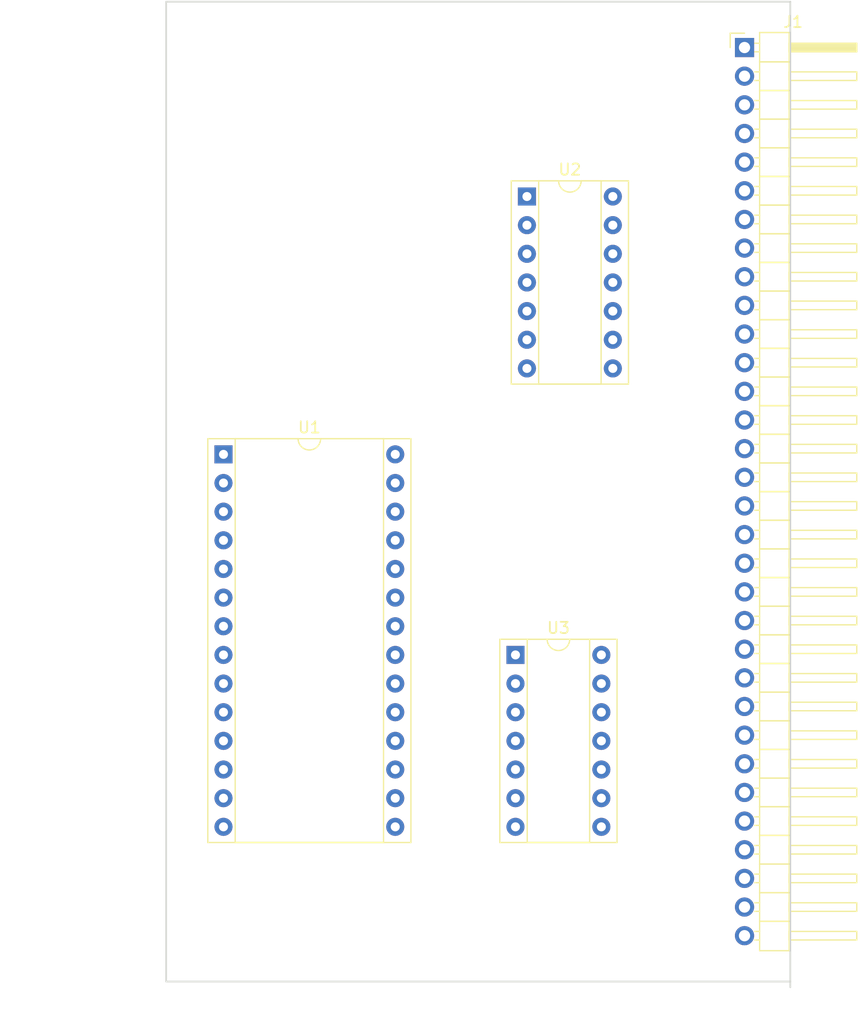
<source format=kicad_pcb>
(kicad_pcb (version 4) (host pcbnew 4.0.6-e0-6349~53~ubuntu16.04.1)

  (general
    (links 37)
    (no_connects 37)
    (area 129.258287 71.044999 205.189001 163.736001)
    (thickness 1.6)
    (drawings 7)
    (tracks 0)
    (zones 0)
    (modules 4)
    (nets 36)
  )

  (page USLetter)
  (title_block
    (title "WZ80 RAM Board")
    (date 2017-03-20)
    (rev 0)
    (comment 1 "Preliminary Layout. Unrouted.")
  )

  (layers
    (0 F.Cu signal)
    (31 B.Cu signal)
    (32 B.Adhes user)
    (33 F.Adhes user)
    (34 B.Paste user)
    (35 F.Paste user)
    (36 B.SilkS user)
    (37 F.SilkS user)
    (38 B.Mask user)
    (39 F.Mask user)
    (40 Dwgs.User user)
    (41 Cmts.User user)
    (42 Eco1.User user)
    (43 Eco2.User user)
    (44 Edge.Cuts user)
    (45 Margin user)
    (46 B.CrtYd user)
    (47 F.CrtYd user)
    (48 B.Fab user)
    (49 F.Fab user)
  )

  (setup
    (last_trace_width 0.25)
    (trace_clearance 0.2)
    (zone_clearance 0.508)
    (zone_45_only no)
    (trace_min 0.2)
    (segment_width 0.2)
    (edge_width 0.15)
    (via_size 0.6)
    (via_drill 0.4)
    (via_min_size 0.4)
    (via_min_drill 0.3)
    (uvia_size 0.3)
    (uvia_drill 0.1)
    (uvias_allowed no)
    (uvia_min_size 0.2)
    (uvia_min_drill 0.1)
    (pcb_text_width 0.3)
    (pcb_text_size 1.5 1.5)
    (mod_edge_width 0.15)
    (mod_text_size 1 1)
    (mod_text_width 0.15)
    (pad_size 1.524 1.524)
    (pad_drill 0.762)
    (pad_to_mask_clearance 0.2)
    (aux_axis_origin 0 0)
    (visible_elements FFFFFF7F)
    (pcbplotparams
      (layerselection 0x00030_80000001)
      (usegerberextensions false)
      (excludeedgelayer true)
      (linewidth 0.100000)
      (plotframeref false)
      (viasonmask false)
      (mode 1)
      (useauxorigin false)
      (hpglpennumber 1)
      (hpglpenspeed 20)
      (hpglpendiameter 15)
      (hpglpenoverlay 2)
      (psnegative false)
      (psa4output false)
      (plotreference true)
      (plotvalue true)
      (plotinvisibletext false)
      (padsonsilk false)
      (subtractmaskfromsilk false)
      (outputformat 1)
      (mirror false)
      (drillshape 1)
      (scaleselection 1)
      (outputdirectory ""))
  )

  (net 0 "")
  (net 1 /A15)
  (net 2 /A14)
  (net 3 /A13)
  (net 4 /A12)
  (net 5 /A11)
  (net 6 /A10)
  (net 7 /A9)
  (net 8 /A8)
  (net 9 /A7)
  (net 10 /A6)
  (net 11 /A5)
  (net 12 /A4)
  (net 13 /A3)
  (net 14 /A2)
  (net 15 /A1)
  (net 16 /A0)
  (net 17 /D7)
  (net 18 /D6)
  (net 19 /D5)
  (net 20 /D4)
  (net 21 /D3)
  (net 22 /D2)
  (net 23 /D1)
  (net 24 /D0)
  (net 25 VCC)
  (net 26 GND)
  (net 27 "Net-(J1-Pad27)")
  (net 28 "Net-(J1-Pad28)")
  (net 29 "Net-(J1-Pad29)")
  (net 30 "Net-(J1-Pad30)")
  (net 31 "Net-(J1-Pad31)")
  (net 32 "Net-(J1-Pad32)")
  (net 33 "Net-(U1-Pad20)")
  (net 34 "Net-(U1-Pad22)")
  (net 35 "Net-(U1-Pad27)")

  (net_class Default "This is the default net class."
    (clearance 0.2)
    (trace_width 0.25)
    (via_dia 0.6)
    (via_drill 0.4)
    (uvia_dia 0.3)
    (uvia_drill 0.1)
    (add_net /A0)
    (add_net /A1)
    (add_net /A10)
    (add_net /A11)
    (add_net /A12)
    (add_net /A13)
    (add_net /A14)
    (add_net /A15)
    (add_net /A2)
    (add_net /A3)
    (add_net /A4)
    (add_net /A5)
    (add_net /A6)
    (add_net /A7)
    (add_net /A8)
    (add_net /A9)
    (add_net /D0)
    (add_net /D1)
    (add_net /D2)
    (add_net /D3)
    (add_net /D4)
    (add_net /D5)
    (add_net /D6)
    (add_net /D7)
    (add_net GND)
    (add_net "Net-(J1-Pad27)")
    (add_net "Net-(J1-Pad28)")
    (add_net "Net-(J1-Pad29)")
    (add_net "Net-(J1-Pad30)")
    (add_net "Net-(J1-Pad31)")
    (add_net "Net-(J1-Pad32)")
    (add_net "Net-(U1-Pad20)")
    (add_net "Net-(U1-Pad22)")
    (add_net "Net-(U1-Pad27)")
    (add_net VCC)
  )

  (module Housings_DIP:DIP-28_W15.24mm_Socket (layer F.Cu) (tedit 586281B5) (tstamp 58D0058E)
    (at 148.336 111.252)
    (descr "28-lead dip package, row spacing 15.24 mm (600 mils), Socket")
    (tags "DIL DIP PDIP 2.54mm 15.24mm 600mil Socket")
    (path /58CFF43B)
    (fp_text reference U1 (at 7.62 -2.39) (layer F.SilkS)
      (effects (font (size 1 1) (thickness 0.15)))
    )
    (fp_text value HM62256BLP-7 (at 7.62 35.41) (layer F.Fab)
      (effects (font (size 1 1) (thickness 0.15)))
    )
    (fp_arc (start 7.62 -1.39) (end 6.62 -1.39) (angle -180) (layer F.SilkS) (width 0.12))
    (fp_line (start 1.255 -1.27) (end 14.985 -1.27) (layer F.Fab) (width 0.1))
    (fp_line (start 14.985 -1.27) (end 14.985 34.29) (layer F.Fab) (width 0.1))
    (fp_line (start 14.985 34.29) (end 0.255 34.29) (layer F.Fab) (width 0.1))
    (fp_line (start 0.255 34.29) (end 0.255 -0.27) (layer F.Fab) (width 0.1))
    (fp_line (start 0.255 -0.27) (end 1.255 -1.27) (layer F.Fab) (width 0.1))
    (fp_line (start -1.27 -1.27) (end -1.27 34.29) (layer F.Fab) (width 0.1))
    (fp_line (start -1.27 34.29) (end 16.51 34.29) (layer F.Fab) (width 0.1))
    (fp_line (start 16.51 34.29) (end 16.51 -1.27) (layer F.Fab) (width 0.1))
    (fp_line (start 16.51 -1.27) (end -1.27 -1.27) (layer F.Fab) (width 0.1))
    (fp_line (start 6.62 -1.39) (end 1.04 -1.39) (layer F.SilkS) (width 0.12))
    (fp_line (start 1.04 -1.39) (end 1.04 34.41) (layer F.SilkS) (width 0.12))
    (fp_line (start 1.04 34.41) (end 14.2 34.41) (layer F.SilkS) (width 0.12))
    (fp_line (start 14.2 34.41) (end 14.2 -1.39) (layer F.SilkS) (width 0.12))
    (fp_line (start 14.2 -1.39) (end 8.62 -1.39) (layer F.SilkS) (width 0.12))
    (fp_line (start -1.39 -1.39) (end -1.39 34.41) (layer F.SilkS) (width 0.12))
    (fp_line (start -1.39 34.41) (end 16.63 34.41) (layer F.SilkS) (width 0.12))
    (fp_line (start 16.63 34.41) (end 16.63 -1.39) (layer F.SilkS) (width 0.12))
    (fp_line (start 16.63 -1.39) (end -1.39 -1.39) (layer F.SilkS) (width 0.12))
    (fp_line (start -1.7 -1.7) (end -1.7 34.7) (layer F.CrtYd) (width 0.05))
    (fp_line (start -1.7 34.7) (end 16.9 34.7) (layer F.CrtYd) (width 0.05))
    (fp_line (start 16.9 34.7) (end 16.9 -1.7) (layer F.CrtYd) (width 0.05))
    (fp_line (start 16.9 -1.7) (end -1.7 -1.7) (layer F.CrtYd) (width 0.05))
    (pad 1 thru_hole rect (at 0 0) (size 1.6 1.6) (drill 0.8) (layers *.Cu *.Mask)
      (net 2 /A14))
    (pad 15 thru_hole oval (at 15.24 33.02) (size 1.6 1.6) (drill 0.8) (layers *.Cu *.Mask)
      (net 21 /D3))
    (pad 2 thru_hole oval (at 0 2.54) (size 1.6 1.6) (drill 0.8) (layers *.Cu *.Mask)
      (net 4 /A12))
    (pad 16 thru_hole oval (at 15.24 30.48) (size 1.6 1.6) (drill 0.8) (layers *.Cu *.Mask)
      (net 20 /D4))
    (pad 3 thru_hole oval (at 0 5.08) (size 1.6 1.6) (drill 0.8) (layers *.Cu *.Mask)
      (net 9 /A7))
    (pad 17 thru_hole oval (at 15.24 27.94) (size 1.6 1.6) (drill 0.8) (layers *.Cu *.Mask)
      (net 19 /D5))
    (pad 4 thru_hole oval (at 0 7.62) (size 1.6 1.6) (drill 0.8) (layers *.Cu *.Mask)
      (net 10 /A6))
    (pad 18 thru_hole oval (at 15.24 25.4) (size 1.6 1.6) (drill 0.8) (layers *.Cu *.Mask)
      (net 18 /D6))
    (pad 5 thru_hole oval (at 0 10.16) (size 1.6 1.6) (drill 0.8) (layers *.Cu *.Mask)
      (net 11 /A5))
    (pad 19 thru_hole oval (at 15.24 22.86) (size 1.6 1.6) (drill 0.8) (layers *.Cu *.Mask)
      (net 17 /D7))
    (pad 6 thru_hole oval (at 0 12.7) (size 1.6 1.6) (drill 0.8) (layers *.Cu *.Mask)
      (net 12 /A4))
    (pad 20 thru_hole oval (at 15.24 20.32) (size 1.6 1.6) (drill 0.8) (layers *.Cu *.Mask)
      (net 33 "Net-(U1-Pad20)"))
    (pad 7 thru_hole oval (at 0 15.24) (size 1.6 1.6) (drill 0.8) (layers *.Cu *.Mask)
      (net 13 /A3))
    (pad 21 thru_hole oval (at 15.24 17.78) (size 1.6 1.6) (drill 0.8) (layers *.Cu *.Mask)
      (net 6 /A10))
    (pad 8 thru_hole oval (at 0 17.78) (size 1.6 1.6) (drill 0.8) (layers *.Cu *.Mask)
      (net 14 /A2))
    (pad 22 thru_hole oval (at 15.24 15.24) (size 1.6 1.6) (drill 0.8) (layers *.Cu *.Mask)
      (net 34 "Net-(U1-Pad22)"))
    (pad 9 thru_hole oval (at 0 20.32) (size 1.6 1.6) (drill 0.8) (layers *.Cu *.Mask)
      (net 15 /A1))
    (pad 23 thru_hole oval (at 15.24 12.7) (size 1.6 1.6) (drill 0.8) (layers *.Cu *.Mask)
      (net 5 /A11))
    (pad 10 thru_hole oval (at 0 22.86) (size 1.6 1.6) (drill 0.8) (layers *.Cu *.Mask)
      (net 16 /A0))
    (pad 24 thru_hole oval (at 15.24 10.16) (size 1.6 1.6) (drill 0.8) (layers *.Cu *.Mask)
      (net 7 /A9))
    (pad 11 thru_hole oval (at 0 25.4) (size 1.6 1.6) (drill 0.8) (layers *.Cu *.Mask)
      (net 24 /D0))
    (pad 25 thru_hole oval (at 15.24 7.62) (size 1.6 1.6) (drill 0.8) (layers *.Cu *.Mask)
      (net 8 /A8))
    (pad 12 thru_hole oval (at 0 27.94) (size 1.6 1.6) (drill 0.8) (layers *.Cu *.Mask)
      (net 23 /D1))
    (pad 26 thru_hole oval (at 15.24 5.08) (size 1.6 1.6) (drill 0.8) (layers *.Cu *.Mask)
      (net 3 /A13))
    (pad 13 thru_hole oval (at 0 30.48) (size 1.6 1.6) (drill 0.8) (layers *.Cu *.Mask)
      (net 22 /D2))
    (pad 27 thru_hole oval (at 15.24 2.54) (size 1.6 1.6) (drill 0.8) (layers *.Cu *.Mask)
      (net 35 "Net-(U1-Pad27)"))
    (pad 14 thru_hole oval (at 0 33.02) (size 1.6 1.6) (drill 0.8) (layers *.Cu *.Mask)
      (net 26 GND))
    (pad 28 thru_hole oval (at 15.24 0) (size 1.6 1.6) (drill 0.8) (layers *.Cu *.Mask)
      (net 25 VCC))
    (model Housings_DIP.3dshapes/DIP-28_W15.24mm_Socket.wrl
      (at (xyz 0 0 0))
      (scale (xyz 1 1 1))
      (rotate (xyz 0 0 0))
    )
  )

  (module Pin_Headers:Pin_Header_Angled_1x32_Pitch2.54mm (layer F.Cu) (tedit 58CD4EC4) (tstamp 58D0060C)
    (at 194.564 75.184)
    (descr "Through hole angled pin header, 1x32, 2.54mm pitch, 6mm pin length, single row")
    (tags "Through hole angled pin header THT 1x32 2.54mm single row")
    (path /58CFF4E6)
    (fp_text reference J1 (at 4.315 -2.27) (layer F.SilkS)
      (effects (font (size 1 1) (thickness 0.15)))
    )
    (fp_text value CONN_01X32 (at 4.315 81.01) (layer F.Fab)
      (effects (font (size 1 1) (thickness 0.15)))
    )
    (fp_line (start 1.4 -1.27) (end 1.4 1.27) (layer F.Fab) (width 0.1))
    (fp_line (start 1.4 1.27) (end 3.9 1.27) (layer F.Fab) (width 0.1))
    (fp_line (start 3.9 1.27) (end 3.9 -1.27) (layer F.Fab) (width 0.1))
    (fp_line (start 3.9 -1.27) (end 1.4 -1.27) (layer F.Fab) (width 0.1))
    (fp_line (start 0 -0.32) (end 0 0.32) (layer F.Fab) (width 0.1))
    (fp_line (start 0 0.32) (end 9.9 0.32) (layer F.Fab) (width 0.1))
    (fp_line (start 9.9 0.32) (end 9.9 -0.32) (layer F.Fab) (width 0.1))
    (fp_line (start 9.9 -0.32) (end 0 -0.32) (layer F.Fab) (width 0.1))
    (fp_line (start 1.4 1.27) (end 1.4 3.81) (layer F.Fab) (width 0.1))
    (fp_line (start 1.4 3.81) (end 3.9 3.81) (layer F.Fab) (width 0.1))
    (fp_line (start 3.9 3.81) (end 3.9 1.27) (layer F.Fab) (width 0.1))
    (fp_line (start 3.9 1.27) (end 1.4 1.27) (layer F.Fab) (width 0.1))
    (fp_line (start 0 2.22) (end 0 2.86) (layer F.Fab) (width 0.1))
    (fp_line (start 0 2.86) (end 9.9 2.86) (layer F.Fab) (width 0.1))
    (fp_line (start 9.9 2.86) (end 9.9 2.22) (layer F.Fab) (width 0.1))
    (fp_line (start 9.9 2.22) (end 0 2.22) (layer F.Fab) (width 0.1))
    (fp_line (start 1.4 3.81) (end 1.4 6.35) (layer F.Fab) (width 0.1))
    (fp_line (start 1.4 6.35) (end 3.9 6.35) (layer F.Fab) (width 0.1))
    (fp_line (start 3.9 6.35) (end 3.9 3.81) (layer F.Fab) (width 0.1))
    (fp_line (start 3.9 3.81) (end 1.4 3.81) (layer F.Fab) (width 0.1))
    (fp_line (start 0 4.76) (end 0 5.4) (layer F.Fab) (width 0.1))
    (fp_line (start 0 5.4) (end 9.9 5.4) (layer F.Fab) (width 0.1))
    (fp_line (start 9.9 5.4) (end 9.9 4.76) (layer F.Fab) (width 0.1))
    (fp_line (start 9.9 4.76) (end 0 4.76) (layer F.Fab) (width 0.1))
    (fp_line (start 1.4 6.35) (end 1.4 8.89) (layer F.Fab) (width 0.1))
    (fp_line (start 1.4 8.89) (end 3.9 8.89) (layer F.Fab) (width 0.1))
    (fp_line (start 3.9 8.89) (end 3.9 6.35) (layer F.Fab) (width 0.1))
    (fp_line (start 3.9 6.35) (end 1.4 6.35) (layer F.Fab) (width 0.1))
    (fp_line (start 0 7.3) (end 0 7.94) (layer F.Fab) (width 0.1))
    (fp_line (start 0 7.94) (end 9.9 7.94) (layer F.Fab) (width 0.1))
    (fp_line (start 9.9 7.94) (end 9.9 7.3) (layer F.Fab) (width 0.1))
    (fp_line (start 9.9 7.3) (end 0 7.3) (layer F.Fab) (width 0.1))
    (fp_line (start 1.4 8.89) (end 1.4 11.43) (layer F.Fab) (width 0.1))
    (fp_line (start 1.4 11.43) (end 3.9 11.43) (layer F.Fab) (width 0.1))
    (fp_line (start 3.9 11.43) (end 3.9 8.89) (layer F.Fab) (width 0.1))
    (fp_line (start 3.9 8.89) (end 1.4 8.89) (layer F.Fab) (width 0.1))
    (fp_line (start 0 9.84) (end 0 10.48) (layer F.Fab) (width 0.1))
    (fp_line (start 0 10.48) (end 9.9 10.48) (layer F.Fab) (width 0.1))
    (fp_line (start 9.9 10.48) (end 9.9 9.84) (layer F.Fab) (width 0.1))
    (fp_line (start 9.9 9.84) (end 0 9.84) (layer F.Fab) (width 0.1))
    (fp_line (start 1.4 11.43) (end 1.4 13.97) (layer F.Fab) (width 0.1))
    (fp_line (start 1.4 13.97) (end 3.9 13.97) (layer F.Fab) (width 0.1))
    (fp_line (start 3.9 13.97) (end 3.9 11.43) (layer F.Fab) (width 0.1))
    (fp_line (start 3.9 11.43) (end 1.4 11.43) (layer F.Fab) (width 0.1))
    (fp_line (start 0 12.38) (end 0 13.02) (layer F.Fab) (width 0.1))
    (fp_line (start 0 13.02) (end 9.9 13.02) (layer F.Fab) (width 0.1))
    (fp_line (start 9.9 13.02) (end 9.9 12.38) (layer F.Fab) (width 0.1))
    (fp_line (start 9.9 12.38) (end 0 12.38) (layer F.Fab) (width 0.1))
    (fp_line (start 1.4 13.97) (end 1.4 16.51) (layer F.Fab) (width 0.1))
    (fp_line (start 1.4 16.51) (end 3.9 16.51) (layer F.Fab) (width 0.1))
    (fp_line (start 3.9 16.51) (end 3.9 13.97) (layer F.Fab) (width 0.1))
    (fp_line (start 3.9 13.97) (end 1.4 13.97) (layer F.Fab) (width 0.1))
    (fp_line (start 0 14.92) (end 0 15.56) (layer F.Fab) (width 0.1))
    (fp_line (start 0 15.56) (end 9.9 15.56) (layer F.Fab) (width 0.1))
    (fp_line (start 9.9 15.56) (end 9.9 14.92) (layer F.Fab) (width 0.1))
    (fp_line (start 9.9 14.92) (end 0 14.92) (layer F.Fab) (width 0.1))
    (fp_line (start 1.4 16.51) (end 1.4 19.05) (layer F.Fab) (width 0.1))
    (fp_line (start 1.4 19.05) (end 3.9 19.05) (layer F.Fab) (width 0.1))
    (fp_line (start 3.9 19.05) (end 3.9 16.51) (layer F.Fab) (width 0.1))
    (fp_line (start 3.9 16.51) (end 1.4 16.51) (layer F.Fab) (width 0.1))
    (fp_line (start 0 17.46) (end 0 18.1) (layer F.Fab) (width 0.1))
    (fp_line (start 0 18.1) (end 9.9 18.1) (layer F.Fab) (width 0.1))
    (fp_line (start 9.9 18.1) (end 9.9 17.46) (layer F.Fab) (width 0.1))
    (fp_line (start 9.9 17.46) (end 0 17.46) (layer F.Fab) (width 0.1))
    (fp_line (start 1.4 19.05) (end 1.4 21.59) (layer F.Fab) (width 0.1))
    (fp_line (start 1.4 21.59) (end 3.9 21.59) (layer F.Fab) (width 0.1))
    (fp_line (start 3.9 21.59) (end 3.9 19.05) (layer F.Fab) (width 0.1))
    (fp_line (start 3.9 19.05) (end 1.4 19.05) (layer F.Fab) (width 0.1))
    (fp_line (start 0 20) (end 0 20.64) (layer F.Fab) (width 0.1))
    (fp_line (start 0 20.64) (end 9.9 20.64) (layer F.Fab) (width 0.1))
    (fp_line (start 9.9 20.64) (end 9.9 20) (layer F.Fab) (width 0.1))
    (fp_line (start 9.9 20) (end 0 20) (layer F.Fab) (width 0.1))
    (fp_line (start 1.4 21.59) (end 1.4 24.13) (layer F.Fab) (width 0.1))
    (fp_line (start 1.4 24.13) (end 3.9 24.13) (layer F.Fab) (width 0.1))
    (fp_line (start 3.9 24.13) (end 3.9 21.59) (layer F.Fab) (width 0.1))
    (fp_line (start 3.9 21.59) (end 1.4 21.59) (layer F.Fab) (width 0.1))
    (fp_line (start 0 22.54) (end 0 23.18) (layer F.Fab) (width 0.1))
    (fp_line (start 0 23.18) (end 9.9 23.18) (layer F.Fab) (width 0.1))
    (fp_line (start 9.9 23.18) (end 9.9 22.54) (layer F.Fab) (width 0.1))
    (fp_line (start 9.9 22.54) (end 0 22.54) (layer F.Fab) (width 0.1))
    (fp_line (start 1.4 24.13) (end 1.4 26.67) (layer F.Fab) (width 0.1))
    (fp_line (start 1.4 26.67) (end 3.9 26.67) (layer F.Fab) (width 0.1))
    (fp_line (start 3.9 26.67) (end 3.9 24.13) (layer F.Fab) (width 0.1))
    (fp_line (start 3.9 24.13) (end 1.4 24.13) (layer F.Fab) (width 0.1))
    (fp_line (start 0 25.08) (end 0 25.72) (layer F.Fab) (width 0.1))
    (fp_line (start 0 25.72) (end 9.9 25.72) (layer F.Fab) (width 0.1))
    (fp_line (start 9.9 25.72) (end 9.9 25.08) (layer F.Fab) (width 0.1))
    (fp_line (start 9.9 25.08) (end 0 25.08) (layer F.Fab) (width 0.1))
    (fp_line (start 1.4 26.67) (end 1.4 29.21) (layer F.Fab) (width 0.1))
    (fp_line (start 1.4 29.21) (end 3.9 29.21) (layer F.Fab) (width 0.1))
    (fp_line (start 3.9 29.21) (end 3.9 26.67) (layer F.Fab) (width 0.1))
    (fp_line (start 3.9 26.67) (end 1.4 26.67) (layer F.Fab) (width 0.1))
    (fp_line (start 0 27.62) (end 0 28.26) (layer F.Fab) (width 0.1))
    (fp_line (start 0 28.26) (end 9.9 28.26) (layer F.Fab) (width 0.1))
    (fp_line (start 9.9 28.26) (end 9.9 27.62) (layer F.Fab) (width 0.1))
    (fp_line (start 9.9 27.62) (end 0 27.62) (layer F.Fab) (width 0.1))
    (fp_line (start 1.4 29.21) (end 1.4 31.75) (layer F.Fab) (width 0.1))
    (fp_line (start 1.4 31.75) (end 3.9 31.75) (layer F.Fab) (width 0.1))
    (fp_line (start 3.9 31.75) (end 3.9 29.21) (layer F.Fab) (width 0.1))
    (fp_line (start 3.9 29.21) (end 1.4 29.21) (layer F.Fab) (width 0.1))
    (fp_line (start 0 30.16) (end 0 30.8) (layer F.Fab) (width 0.1))
    (fp_line (start 0 30.8) (end 9.9 30.8) (layer F.Fab) (width 0.1))
    (fp_line (start 9.9 30.8) (end 9.9 30.16) (layer F.Fab) (width 0.1))
    (fp_line (start 9.9 30.16) (end 0 30.16) (layer F.Fab) (width 0.1))
    (fp_line (start 1.4 31.75) (end 1.4 34.29) (layer F.Fab) (width 0.1))
    (fp_line (start 1.4 34.29) (end 3.9 34.29) (layer F.Fab) (width 0.1))
    (fp_line (start 3.9 34.29) (end 3.9 31.75) (layer F.Fab) (width 0.1))
    (fp_line (start 3.9 31.75) (end 1.4 31.75) (layer F.Fab) (width 0.1))
    (fp_line (start 0 32.7) (end 0 33.34) (layer F.Fab) (width 0.1))
    (fp_line (start 0 33.34) (end 9.9 33.34) (layer F.Fab) (width 0.1))
    (fp_line (start 9.9 33.34) (end 9.9 32.7) (layer F.Fab) (width 0.1))
    (fp_line (start 9.9 32.7) (end 0 32.7) (layer F.Fab) (width 0.1))
    (fp_line (start 1.4 34.29) (end 1.4 36.83) (layer F.Fab) (width 0.1))
    (fp_line (start 1.4 36.83) (end 3.9 36.83) (layer F.Fab) (width 0.1))
    (fp_line (start 3.9 36.83) (end 3.9 34.29) (layer F.Fab) (width 0.1))
    (fp_line (start 3.9 34.29) (end 1.4 34.29) (layer F.Fab) (width 0.1))
    (fp_line (start 0 35.24) (end 0 35.88) (layer F.Fab) (width 0.1))
    (fp_line (start 0 35.88) (end 9.9 35.88) (layer F.Fab) (width 0.1))
    (fp_line (start 9.9 35.88) (end 9.9 35.24) (layer F.Fab) (width 0.1))
    (fp_line (start 9.9 35.24) (end 0 35.24) (layer F.Fab) (width 0.1))
    (fp_line (start 1.4 36.83) (end 1.4 39.37) (layer F.Fab) (width 0.1))
    (fp_line (start 1.4 39.37) (end 3.9 39.37) (layer F.Fab) (width 0.1))
    (fp_line (start 3.9 39.37) (end 3.9 36.83) (layer F.Fab) (width 0.1))
    (fp_line (start 3.9 36.83) (end 1.4 36.83) (layer F.Fab) (width 0.1))
    (fp_line (start 0 37.78) (end 0 38.42) (layer F.Fab) (width 0.1))
    (fp_line (start 0 38.42) (end 9.9 38.42) (layer F.Fab) (width 0.1))
    (fp_line (start 9.9 38.42) (end 9.9 37.78) (layer F.Fab) (width 0.1))
    (fp_line (start 9.9 37.78) (end 0 37.78) (layer F.Fab) (width 0.1))
    (fp_line (start 1.4 39.37) (end 1.4 41.91) (layer F.Fab) (width 0.1))
    (fp_line (start 1.4 41.91) (end 3.9 41.91) (layer F.Fab) (width 0.1))
    (fp_line (start 3.9 41.91) (end 3.9 39.37) (layer F.Fab) (width 0.1))
    (fp_line (start 3.9 39.37) (end 1.4 39.37) (layer F.Fab) (width 0.1))
    (fp_line (start 0 40.32) (end 0 40.96) (layer F.Fab) (width 0.1))
    (fp_line (start 0 40.96) (end 9.9 40.96) (layer F.Fab) (width 0.1))
    (fp_line (start 9.9 40.96) (end 9.9 40.32) (layer F.Fab) (width 0.1))
    (fp_line (start 9.9 40.32) (end 0 40.32) (layer F.Fab) (width 0.1))
    (fp_line (start 1.4 41.91) (end 1.4 44.45) (layer F.Fab) (width 0.1))
    (fp_line (start 1.4 44.45) (end 3.9 44.45) (layer F.Fab) (width 0.1))
    (fp_line (start 3.9 44.45) (end 3.9 41.91) (layer F.Fab) (width 0.1))
    (fp_line (start 3.9 41.91) (end 1.4 41.91) (layer F.Fab) (width 0.1))
    (fp_line (start 0 42.86) (end 0 43.5) (layer F.Fab) (width 0.1))
    (fp_line (start 0 43.5) (end 9.9 43.5) (layer F.Fab) (width 0.1))
    (fp_line (start 9.9 43.5) (end 9.9 42.86) (layer F.Fab) (width 0.1))
    (fp_line (start 9.9 42.86) (end 0 42.86) (layer F.Fab) (width 0.1))
    (fp_line (start 1.4 44.45) (end 1.4 46.99) (layer F.Fab) (width 0.1))
    (fp_line (start 1.4 46.99) (end 3.9 46.99) (layer F.Fab) (width 0.1))
    (fp_line (start 3.9 46.99) (end 3.9 44.45) (layer F.Fab) (width 0.1))
    (fp_line (start 3.9 44.45) (end 1.4 44.45) (layer F.Fab) (width 0.1))
    (fp_line (start 0 45.4) (end 0 46.04) (layer F.Fab) (width 0.1))
    (fp_line (start 0 46.04) (end 9.9 46.04) (layer F.Fab) (width 0.1))
    (fp_line (start 9.9 46.04) (end 9.9 45.4) (layer F.Fab) (width 0.1))
    (fp_line (start 9.9 45.4) (end 0 45.4) (layer F.Fab) (width 0.1))
    (fp_line (start 1.4 46.99) (end 1.4 49.53) (layer F.Fab) (width 0.1))
    (fp_line (start 1.4 49.53) (end 3.9 49.53) (layer F.Fab) (width 0.1))
    (fp_line (start 3.9 49.53) (end 3.9 46.99) (layer F.Fab) (width 0.1))
    (fp_line (start 3.9 46.99) (end 1.4 46.99) (layer F.Fab) (width 0.1))
    (fp_line (start 0 47.94) (end 0 48.58) (layer F.Fab) (width 0.1))
    (fp_line (start 0 48.58) (end 9.9 48.58) (layer F.Fab) (width 0.1))
    (fp_line (start 9.9 48.58) (end 9.9 47.94) (layer F.Fab) (width 0.1))
    (fp_line (start 9.9 47.94) (end 0 47.94) (layer F.Fab) (width 0.1))
    (fp_line (start 1.4 49.53) (end 1.4 52.07) (layer F.Fab) (width 0.1))
    (fp_line (start 1.4 52.07) (end 3.9 52.07) (layer F.Fab) (width 0.1))
    (fp_line (start 3.9 52.07) (end 3.9 49.53) (layer F.Fab) (width 0.1))
    (fp_line (start 3.9 49.53) (end 1.4 49.53) (layer F.Fab) (width 0.1))
    (fp_line (start 0 50.48) (end 0 51.12) (layer F.Fab) (width 0.1))
    (fp_line (start 0 51.12) (end 9.9 51.12) (layer F.Fab) (width 0.1))
    (fp_line (start 9.9 51.12) (end 9.9 50.48) (layer F.Fab) (width 0.1))
    (fp_line (start 9.9 50.48) (end 0 50.48) (layer F.Fab) (width 0.1))
    (fp_line (start 1.4 52.07) (end 1.4 54.61) (layer F.Fab) (width 0.1))
    (fp_line (start 1.4 54.61) (end 3.9 54.61) (layer F.Fab) (width 0.1))
    (fp_line (start 3.9 54.61) (end 3.9 52.07) (layer F.Fab) (width 0.1))
    (fp_line (start 3.9 52.07) (end 1.4 52.07) (layer F.Fab) (width 0.1))
    (fp_line (start 0 53.02) (end 0 53.66) (layer F.Fab) (width 0.1))
    (fp_line (start 0 53.66) (end 9.9 53.66) (layer F.Fab) (width 0.1))
    (fp_line (start 9.9 53.66) (end 9.9 53.02) (layer F.Fab) (width 0.1))
    (fp_line (start 9.9 53.02) (end 0 53.02) (layer F.Fab) (width 0.1))
    (fp_line (start 1.4 54.61) (end 1.4 57.15) (layer F.Fab) (width 0.1))
    (fp_line (start 1.4 57.15) (end 3.9 57.15) (layer F.Fab) (width 0.1))
    (fp_line (start 3.9 57.15) (end 3.9 54.61) (layer F.Fab) (width 0.1))
    (fp_line (start 3.9 54.61) (end 1.4 54.61) (layer F.Fab) (width 0.1))
    (fp_line (start 0 55.56) (end 0 56.2) (layer F.Fab) (width 0.1))
    (fp_line (start 0 56.2) (end 9.9 56.2) (layer F.Fab) (width 0.1))
    (fp_line (start 9.9 56.2) (end 9.9 55.56) (layer F.Fab) (width 0.1))
    (fp_line (start 9.9 55.56) (end 0 55.56) (layer F.Fab) (width 0.1))
    (fp_line (start 1.4 57.15) (end 1.4 59.69) (layer F.Fab) (width 0.1))
    (fp_line (start 1.4 59.69) (end 3.9 59.69) (layer F.Fab) (width 0.1))
    (fp_line (start 3.9 59.69) (end 3.9 57.15) (layer F.Fab) (width 0.1))
    (fp_line (start 3.9 57.15) (end 1.4 57.15) (layer F.Fab) (width 0.1))
    (fp_line (start 0 58.1) (end 0 58.74) (layer F.Fab) (width 0.1))
    (fp_line (start 0 58.74) (end 9.9 58.74) (layer F.Fab) (width 0.1))
    (fp_line (start 9.9 58.74) (end 9.9 58.1) (layer F.Fab) (width 0.1))
    (fp_line (start 9.9 58.1) (end 0 58.1) (layer F.Fab) (width 0.1))
    (fp_line (start 1.4 59.69) (end 1.4 62.23) (layer F.Fab) (width 0.1))
    (fp_line (start 1.4 62.23) (end 3.9 62.23) (layer F.Fab) (width 0.1))
    (fp_line (start 3.9 62.23) (end 3.9 59.69) (layer F.Fab) (width 0.1))
    (fp_line (start 3.9 59.69) (end 1.4 59.69) (layer F.Fab) (width 0.1))
    (fp_line (start 0 60.64) (end 0 61.28) (layer F.Fab) (width 0.1))
    (fp_line (start 0 61.28) (end 9.9 61.28) (layer F.Fab) (width 0.1))
    (fp_line (start 9.9 61.28) (end 9.9 60.64) (layer F.Fab) (width 0.1))
    (fp_line (start 9.9 60.64) (end 0 60.64) (layer F.Fab) (width 0.1))
    (fp_line (start 1.4 62.23) (end 1.4 64.77) (layer F.Fab) (width 0.1))
    (fp_line (start 1.4 64.77) (end 3.9 64.77) (layer F.Fab) (width 0.1))
    (fp_line (start 3.9 64.77) (end 3.9 62.23) (layer F.Fab) (width 0.1))
    (fp_line (start 3.9 62.23) (end 1.4 62.23) (layer F.Fab) (width 0.1))
    (fp_line (start 0 63.18) (end 0 63.82) (layer F.Fab) (width 0.1))
    (fp_line (start 0 63.82) (end 9.9 63.82) (layer F.Fab) (width 0.1))
    (fp_line (start 9.9 63.82) (end 9.9 63.18) (layer F.Fab) (width 0.1))
    (fp_line (start 9.9 63.18) (end 0 63.18) (layer F.Fab) (width 0.1))
    (fp_line (start 1.4 64.77) (end 1.4 67.31) (layer F.Fab) (width 0.1))
    (fp_line (start 1.4 67.31) (end 3.9 67.31) (layer F.Fab) (width 0.1))
    (fp_line (start 3.9 67.31) (end 3.9 64.77) (layer F.Fab) (width 0.1))
    (fp_line (start 3.9 64.77) (end 1.4 64.77) (layer F.Fab) (width 0.1))
    (fp_line (start 0 65.72) (end 0 66.36) (layer F.Fab) (width 0.1))
    (fp_line (start 0 66.36) (end 9.9 66.36) (layer F.Fab) (width 0.1))
    (fp_line (start 9.9 66.36) (end 9.9 65.72) (layer F.Fab) (width 0.1))
    (fp_line (start 9.9 65.72) (end 0 65.72) (layer F.Fab) (width 0.1))
    (fp_line (start 1.4 67.31) (end 1.4 69.85) (layer F.Fab) (width 0.1))
    (fp_line (start 1.4 69.85) (end 3.9 69.85) (layer F.Fab) (width 0.1))
    (fp_line (start 3.9 69.85) (end 3.9 67.31) (layer F.Fab) (width 0.1))
    (fp_line (start 3.9 67.31) (end 1.4 67.31) (layer F.Fab) (width 0.1))
    (fp_line (start 0 68.26) (end 0 68.9) (layer F.Fab) (width 0.1))
    (fp_line (start 0 68.9) (end 9.9 68.9) (layer F.Fab) (width 0.1))
    (fp_line (start 9.9 68.9) (end 9.9 68.26) (layer F.Fab) (width 0.1))
    (fp_line (start 9.9 68.26) (end 0 68.26) (layer F.Fab) (width 0.1))
    (fp_line (start 1.4 69.85) (end 1.4 72.39) (layer F.Fab) (width 0.1))
    (fp_line (start 1.4 72.39) (end 3.9 72.39) (layer F.Fab) (width 0.1))
    (fp_line (start 3.9 72.39) (end 3.9 69.85) (layer F.Fab) (width 0.1))
    (fp_line (start 3.9 69.85) (end 1.4 69.85) (layer F.Fab) (width 0.1))
    (fp_line (start 0 70.8) (end 0 71.44) (layer F.Fab) (width 0.1))
    (fp_line (start 0 71.44) (end 9.9 71.44) (layer F.Fab) (width 0.1))
    (fp_line (start 9.9 71.44) (end 9.9 70.8) (layer F.Fab) (width 0.1))
    (fp_line (start 9.9 70.8) (end 0 70.8) (layer F.Fab) (width 0.1))
    (fp_line (start 1.4 72.39) (end 1.4 74.93) (layer F.Fab) (width 0.1))
    (fp_line (start 1.4 74.93) (end 3.9 74.93) (layer F.Fab) (width 0.1))
    (fp_line (start 3.9 74.93) (end 3.9 72.39) (layer F.Fab) (width 0.1))
    (fp_line (start 3.9 72.39) (end 1.4 72.39) (layer F.Fab) (width 0.1))
    (fp_line (start 0 73.34) (end 0 73.98) (layer F.Fab) (width 0.1))
    (fp_line (start 0 73.98) (end 9.9 73.98) (layer F.Fab) (width 0.1))
    (fp_line (start 9.9 73.98) (end 9.9 73.34) (layer F.Fab) (width 0.1))
    (fp_line (start 9.9 73.34) (end 0 73.34) (layer F.Fab) (width 0.1))
    (fp_line (start 1.4 74.93) (end 1.4 77.47) (layer F.Fab) (width 0.1))
    (fp_line (start 1.4 77.47) (end 3.9 77.47) (layer F.Fab) (width 0.1))
    (fp_line (start 3.9 77.47) (end 3.9 74.93) (layer F.Fab) (width 0.1))
    (fp_line (start 3.9 74.93) (end 1.4 74.93) (layer F.Fab) (width 0.1))
    (fp_line (start 0 75.88) (end 0 76.52) (layer F.Fab) (width 0.1))
    (fp_line (start 0 76.52) (end 9.9 76.52) (layer F.Fab) (width 0.1))
    (fp_line (start 9.9 76.52) (end 9.9 75.88) (layer F.Fab) (width 0.1))
    (fp_line (start 9.9 75.88) (end 0 75.88) (layer F.Fab) (width 0.1))
    (fp_line (start 1.4 77.47) (end 1.4 80.01) (layer F.Fab) (width 0.1))
    (fp_line (start 1.4 80.01) (end 3.9 80.01) (layer F.Fab) (width 0.1))
    (fp_line (start 3.9 80.01) (end 3.9 77.47) (layer F.Fab) (width 0.1))
    (fp_line (start 3.9 77.47) (end 1.4 77.47) (layer F.Fab) (width 0.1))
    (fp_line (start 0 78.42) (end 0 79.06) (layer F.Fab) (width 0.1))
    (fp_line (start 0 79.06) (end 9.9 79.06) (layer F.Fab) (width 0.1))
    (fp_line (start 9.9 79.06) (end 9.9 78.42) (layer F.Fab) (width 0.1))
    (fp_line (start 9.9 78.42) (end 0 78.42) (layer F.Fab) (width 0.1))
    (fp_line (start 1.34 -1.33) (end 1.34 1.27) (layer F.SilkS) (width 0.12))
    (fp_line (start 1.34 1.27) (end 3.96 1.27) (layer F.SilkS) (width 0.12))
    (fp_line (start 3.96 1.27) (end 3.96 -1.33) (layer F.SilkS) (width 0.12))
    (fp_line (start 3.96 -1.33) (end 1.34 -1.33) (layer F.SilkS) (width 0.12))
    (fp_line (start 3.96 -0.38) (end 3.96 0.38) (layer F.SilkS) (width 0.12))
    (fp_line (start 3.96 0.38) (end 9.96 0.38) (layer F.SilkS) (width 0.12))
    (fp_line (start 9.96 0.38) (end 9.96 -0.38) (layer F.SilkS) (width 0.12))
    (fp_line (start 9.96 -0.38) (end 3.96 -0.38) (layer F.SilkS) (width 0.12))
    (fp_line (start 0.91 -0.38) (end 1.34 -0.38) (layer F.SilkS) (width 0.12))
    (fp_line (start 0.91 0.38) (end 1.34 0.38) (layer F.SilkS) (width 0.12))
    (fp_line (start 3.96 -0.26) (end 9.96 -0.26) (layer F.SilkS) (width 0.12))
    (fp_line (start 3.96 -0.14) (end 9.96 -0.14) (layer F.SilkS) (width 0.12))
    (fp_line (start 3.96 -0.02) (end 9.96 -0.02) (layer F.SilkS) (width 0.12))
    (fp_line (start 3.96 0.1) (end 9.96 0.1) (layer F.SilkS) (width 0.12))
    (fp_line (start 3.96 0.22) (end 9.96 0.22) (layer F.SilkS) (width 0.12))
    (fp_line (start 3.96 0.34) (end 9.96 0.34) (layer F.SilkS) (width 0.12))
    (fp_line (start 1.34 1.27) (end 1.34 3.81) (layer F.SilkS) (width 0.12))
    (fp_line (start 1.34 3.81) (end 3.96 3.81) (layer F.SilkS) (width 0.12))
    (fp_line (start 3.96 3.81) (end 3.96 1.27) (layer F.SilkS) (width 0.12))
    (fp_line (start 3.96 1.27) (end 1.34 1.27) (layer F.SilkS) (width 0.12))
    (fp_line (start 3.96 2.16) (end 3.96 2.92) (layer F.SilkS) (width 0.12))
    (fp_line (start 3.96 2.92) (end 9.96 2.92) (layer F.SilkS) (width 0.12))
    (fp_line (start 9.96 2.92) (end 9.96 2.16) (layer F.SilkS) (width 0.12))
    (fp_line (start 9.96 2.16) (end 3.96 2.16) (layer F.SilkS) (width 0.12))
    (fp_line (start 0.91 2.16) (end 1.34 2.16) (layer F.SilkS) (width 0.12))
    (fp_line (start 0.91 2.92) (end 1.34 2.92) (layer F.SilkS) (width 0.12))
    (fp_line (start 1.34 3.81) (end 1.34 6.35) (layer F.SilkS) (width 0.12))
    (fp_line (start 1.34 6.35) (end 3.96 6.35) (layer F.SilkS) (width 0.12))
    (fp_line (start 3.96 6.35) (end 3.96 3.81) (layer F.SilkS) (width 0.12))
    (fp_line (start 3.96 3.81) (end 1.34 3.81) (layer F.SilkS) (width 0.12))
    (fp_line (start 3.96 4.7) (end 3.96 5.46) (layer F.SilkS) (width 0.12))
    (fp_line (start 3.96 5.46) (end 9.96 5.46) (layer F.SilkS) (width 0.12))
    (fp_line (start 9.96 5.46) (end 9.96 4.7) (layer F.SilkS) (width 0.12))
    (fp_line (start 9.96 4.7) (end 3.96 4.7) (layer F.SilkS) (width 0.12))
    (fp_line (start 0.91 4.7) (end 1.34 4.7) (layer F.SilkS) (width 0.12))
    (fp_line (start 0.91 5.46) (end 1.34 5.46) (layer F.SilkS) (width 0.12))
    (fp_line (start 1.34 6.35) (end 1.34 8.89) (layer F.SilkS) (width 0.12))
    (fp_line (start 1.34 8.89) (end 3.96 8.89) (layer F.SilkS) (width 0.12))
    (fp_line (start 3.96 8.89) (end 3.96 6.35) (layer F.SilkS) (width 0.12))
    (fp_line (start 3.96 6.35) (end 1.34 6.35) (layer F.SilkS) (width 0.12))
    (fp_line (start 3.96 7.24) (end 3.96 8) (layer F.SilkS) (width 0.12))
    (fp_line (start 3.96 8) (end 9.96 8) (layer F.SilkS) (width 0.12))
    (fp_line (start 9.96 8) (end 9.96 7.24) (layer F.SilkS) (width 0.12))
    (fp_line (start 9.96 7.24) (end 3.96 7.24) (layer F.SilkS) (width 0.12))
    (fp_line (start 0.91 7.24) (end 1.34 7.24) (layer F.SilkS) (width 0.12))
    (fp_line (start 0.91 8) (end 1.34 8) (layer F.SilkS) (width 0.12))
    (fp_line (start 1.34 8.89) (end 1.34 11.43) (layer F.SilkS) (width 0.12))
    (fp_line (start 1.34 11.43) (end 3.96 11.43) (layer F.SilkS) (width 0.12))
    (fp_line (start 3.96 11.43) (end 3.96 8.89) (layer F.SilkS) (width 0.12))
    (fp_line (start 3.96 8.89) (end 1.34 8.89) (layer F.SilkS) (width 0.12))
    (fp_line (start 3.96 9.78) (end 3.96 10.54) (layer F.SilkS) (width 0.12))
    (fp_line (start 3.96 10.54) (end 9.96 10.54) (layer F.SilkS) (width 0.12))
    (fp_line (start 9.96 10.54) (end 9.96 9.78) (layer F.SilkS) (width 0.12))
    (fp_line (start 9.96 9.78) (end 3.96 9.78) (layer F.SilkS) (width 0.12))
    (fp_line (start 0.91 9.78) (end 1.34 9.78) (layer F.SilkS) (width 0.12))
    (fp_line (start 0.91 10.54) (end 1.34 10.54) (layer F.SilkS) (width 0.12))
    (fp_line (start 1.34 11.43) (end 1.34 13.97) (layer F.SilkS) (width 0.12))
    (fp_line (start 1.34 13.97) (end 3.96 13.97) (layer F.SilkS) (width 0.12))
    (fp_line (start 3.96 13.97) (end 3.96 11.43) (layer F.SilkS) (width 0.12))
    (fp_line (start 3.96 11.43) (end 1.34 11.43) (layer F.SilkS) (width 0.12))
    (fp_line (start 3.96 12.32) (end 3.96 13.08) (layer F.SilkS) (width 0.12))
    (fp_line (start 3.96 13.08) (end 9.96 13.08) (layer F.SilkS) (width 0.12))
    (fp_line (start 9.96 13.08) (end 9.96 12.32) (layer F.SilkS) (width 0.12))
    (fp_line (start 9.96 12.32) (end 3.96 12.32) (layer F.SilkS) (width 0.12))
    (fp_line (start 0.91 12.32) (end 1.34 12.32) (layer F.SilkS) (width 0.12))
    (fp_line (start 0.91 13.08) (end 1.34 13.08) (layer F.SilkS) (width 0.12))
    (fp_line (start 1.34 13.97) (end 1.34 16.51) (layer F.SilkS) (width 0.12))
    (fp_line (start 1.34 16.51) (end 3.96 16.51) (layer F.SilkS) (width 0.12))
    (fp_line (start 3.96 16.51) (end 3.96 13.97) (layer F.SilkS) (width 0.12))
    (fp_line (start 3.96 13.97) (end 1.34 13.97) (layer F.SilkS) (width 0.12))
    (fp_line (start 3.96 14.86) (end 3.96 15.62) (layer F.SilkS) (width 0.12))
    (fp_line (start 3.96 15.62) (end 9.96 15.62) (layer F.SilkS) (width 0.12))
    (fp_line (start 9.96 15.62) (end 9.96 14.86) (layer F.SilkS) (width 0.12))
    (fp_line (start 9.96 14.86) (end 3.96 14.86) (layer F.SilkS) (width 0.12))
    (fp_line (start 0.91 14.86) (end 1.34 14.86) (layer F.SilkS) (width 0.12))
    (fp_line (start 0.91 15.62) (end 1.34 15.62) (layer F.SilkS) (width 0.12))
    (fp_line (start 1.34 16.51) (end 1.34 19.05) (layer F.SilkS) (width 0.12))
    (fp_line (start 1.34 19.05) (end 3.96 19.05) (layer F.SilkS) (width 0.12))
    (fp_line (start 3.96 19.05) (end 3.96 16.51) (layer F.SilkS) (width 0.12))
    (fp_line (start 3.96 16.51) (end 1.34 16.51) (layer F.SilkS) (width 0.12))
    (fp_line (start 3.96 17.4) (end 3.96 18.16) (layer F.SilkS) (width 0.12))
    (fp_line (start 3.96 18.16) (end 9.96 18.16) (layer F.SilkS) (width 0.12))
    (fp_line (start 9.96 18.16) (end 9.96 17.4) (layer F.SilkS) (width 0.12))
    (fp_line (start 9.96 17.4) (end 3.96 17.4) (layer F.SilkS) (width 0.12))
    (fp_line (start 0.91 17.4) (end 1.34 17.4) (layer F.SilkS) (width 0.12))
    (fp_line (start 0.91 18.16) (end 1.34 18.16) (layer F.SilkS) (width 0.12))
    (fp_line (start 1.34 19.05) (end 1.34 21.59) (layer F.SilkS) (width 0.12))
    (fp_line (start 1.34 21.59) (end 3.96 21.59) (layer F.SilkS) (width 0.12))
    (fp_line (start 3.96 21.59) (end 3.96 19.05) (layer F.SilkS) (width 0.12))
    (fp_line (start 3.96 19.05) (end 1.34 19.05) (layer F.SilkS) (width 0.12))
    (fp_line (start 3.96 19.94) (end 3.96 20.7) (layer F.SilkS) (width 0.12))
    (fp_line (start 3.96 20.7) (end 9.96 20.7) (layer F.SilkS) (width 0.12))
    (fp_line (start 9.96 20.7) (end 9.96 19.94) (layer F.SilkS) (width 0.12))
    (fp_line (start 9.96 19.94) (end 3.96 19.94) (layer F.SilkS) (width 0.12))
    (fp_line (start 0.91 19.94) (end 1.34 19.94) (layer F.SilkS) (width 0.12))
    (fp_line (start 0.91 20.7) (end 1.34 20.7) (layer F.SilkS) (width 0.12))
    (fp_line (start 1.34 21.59) (end 1.34 24.13) (layer F.SilkS) (width 0.12))
    (fp_line (start 1.34 24.13) (end 3.96 24.13) (layer F.SilkS) (width 0.12))
    (fp_line (start 3.96 24.13) (end 3.96 21.59) (layer F.SilkS) (width 0.12))
    (fp_line (start 3.96 21.59) (end 1.34 21.59) (layer F.SilkS) (width 0.12))
    (fp_line (start 3.96 22.48) (end 3.96 23.24) (layer F.SilkS) (width 0.12))
    (fp_line (start 3.96 23.24) (end 9.96 23.24) (layer F.SilkS) (width 0.12))
    (fp_line (start 9.96 23.24) (end 9.96 22.48) (layer F.SilkS) (width 0.12))
    (fp_line (start 9.96 22.48) (end 3.96 22.48) (layer F.SilkS) (width 0.12))
    (fp_line (start 0.91 22.48) (end 1.34 22.48) (layer F.SilkS) (width 0.12))
    (fp_line (start 0.91 23.24) (end 1.34 23.24) (layer F.SilkS) (width 0.12))
    (fp_line (start 1.34 24.13) (end 1.34 26.67) (layer F.SilkS) (width 0.12))
    (fp_line (start 1.34 26.67) (end 3.96 26.67) (layer F.SilkS) (width 0.12))
    (fp_line (start 3.96 26.67) (end 3.96 24.13) (layer F.SilkS) (width 0.12))
    (fp_line (start 3.96 24.13) (end 1.34 24.13) (layer F.SilkS) (width 0.12))
    (fp_line (start 3.96 25.02) (end 3.96 25.78) (layer F.SilkS) (width 0.12))
    (fp_line (start 3.96 25.78) (end 9.96 25.78) (layer F.SilkS) (width 0.12))
    (fp_line (start 9.96 25.78) (end 9.96 25.02) (layer F.SilkS) (width 0.12))
    (fp_line (start 9.96 25.02) (end 3.96 25.02) (layer F.SilkS) (width 0.12))
    (fp_line (start 0.91 25.02) (end 1.34 25.02) (layer F.SilkS) (width 0.12))
    (fp_line (start 0.91 25.78) (end 1.34 25.78) (layer F.SilkS) (width 0.12))
    (fp_line (start 1.34 26.67) (end 1.34 29.21) (layer F.SilkS) (width 0.12))
    (fp_line (start 1.34 29.21) (end 3.96 29.21) (layer F.SilkS) (width 0.12))
    (fp_line (start 3.96 29.21) (end 3.96 26.67) (layer F.SilkS) (width 0.12))
    (fp_line (start 3.96 26.67) (end 1.34 26.67) (layer F.SilkS) (width 0.12))
    (fp_line (start 3.96 27.56) (end 3.96 28.32) (layer F.SilkS) (width 0.12))
    (fp_line (start 3.96 28.32) (end 9.96 28.32) (layer F.SilkS) (width 0.12))
    (fp_line (start 9.96 28.32) (end 9.96 27.56) (layer F.SilkS) (width 0.12))
    (fp_line (start 9.96 27.56) (end 3.96 27.56) (layer F.SilkS) (width 0.12))
    (fp_line (start 0.91 27.56) (end 1.34 27.56) (layer F.SilkS) (width 0.12))
    (fp_line (start 0.91 28.32) (end 1.34 28.32) (layer F.SilkS) (width 0.12))
    (fp_line (start 1.34 29.21) (end 1.34 31.75) (layer F.SilkS) (width 0.12))
    (fp_line (start 1.34 31.75) (end 3.96 31.75) (layer F.SilkS) (width 0.12))
    (fp_line (start 3.96 31.75) (end 3.96 29.21) (layer F.SilkS) (width 0.12))
    (fp_line (start 3.96 29.21) (end 1.34 29.21) (layer F.SilkS) (width 0.12))
    (fp_line (start 3.96 30.1) (end 3.96 30.86) (layer F.SilkS) (width 0.12))
    (fp_line (start 3.96 30.86) (end 9.96 30.86) (layer F.SilkS) (width 0.12))
    (fp_line (start 9.96 30.86) (end 9.96 30.1) (layer F.SilkS) (width 0.12))
    (fp_line (start 9.96 30.1) (end 3.96 30.1) (layer F.SilkS) (width 0.12))
    (fp_line (start 0.91 30.1) (end 1.34 30.1) (layer F.SilkS) (width 0.12))
    (fp_line (start 0.91 30.86) (end 1.34 30.86) (layer F.SilkS) (width 0.12))
    (fp_line (start 1.34 31.75) (end 1.34 34.29) (layer F.SilkS) (width 0.12))
    (fp_line (start 1.34 34.29) (end 3.96 34.29) (layer F.SilkS) (width 0.12))
    (fp_line (start 3.96 34.29) (end 3.96 31.75) (layer F.SilkS) (width 0.12))
    (fp_line (start 3.96 31.75) (end 1.34 31.75) (layer F.SilkS) (width 0.12))
    (fp_line (start 3.96 32.64) (end 3.96 33.4) (layer F.SilkS) (width 0.12))
    (fp_line (start 3.96 33.4) (end 9.96 33.4) (layer F.SilkS) (width 0.12))
    (fp_line (start 9.96 33.4) (end 9.96 32.64) (layer F.SilkS) (width 0.12))
    (fp_line (start 9.96 32.64) (end 3.96 32.64) (layer F.SilkS) (width 0.12))
    (fp_line (start 0.91 32.64) (end 1.34 32.64) (layer F.SilkS) (width 0.12))
    (fp_line (start 0.91 33.4) (end 1.34 33.4) (layer F.SilkS) (width 0.12))
    (fp_line (start 1.34 34.29) (end 1.34 36.83) (layer F.SilkS) (width 0.12))
    (fp_line (start 1.34 36.83) (end 3.96 36.83) (layer F.SilkS) (width 0.12))
    (fp_line (start 3.96 36.83) (end 3.96 34.29) (layer F.SilkS) (width 0.12))
    (fp_line (start 3.96 34.29) (end 1.34 34.29) (layer F.SilkS) (width 0.12))
    (fp_line (start 3.96 35.18) (end 3.96 35.94) (layer F.SilkS) (width 0.12))
    (fp_line (start 3.96 35.94) (end 9.96 35.94) (layer F.SilkS) (width 0.12))
    (fp_line (start 9.96 35.94) (end 9.96 35.18) (layer F.SilkS) (width 0.12))
    (fp_line (start 9.96 35.18) (end 3.96 35.18) (layer F.SilkS) (width 0.12))
    (fp_line (start 0.91 35.18) (end 1.34 35.18) (layer F.SilkS) (width 0.12))
    (fp_line (start 0.91 35.94) (end 1.34 35.94) (layer F.SilkS) (width 0.12))
    (fp_line (start 1.34 36.83) (end 1.34 39.37) (layer F.SilkS) (width 0.12))
    (fp_line (start 1.34 39.37) (end 3.96 39.37) (layer F.SilkS) (width 0.12))
    (fp_line (start 3.96 39.37) (end 3.96 36.83) (layer F.SilkS) (width 0.12))
    (fp_line (start 3.96 36.83) (end 1.34 36.83) (layer F.SilkS) (width 0.12))
    (fp_line (start 3.96 37.72) (end 3.96 38.48) (layer F.SilkS) (width 0.12))
    (fp_line (start 3.96 38.48) (end 9.96 38.48) (layer F.SilkS) (width 0.12))
    (fp_line (start 9.96 38.48) (end 9.96 37.72) (layer F.SilkS) (width 0.12))
    (fp_line (start 9.96 37.72) (end 3.96 37.72) (layer F.SilkS) (width 0.12))
    (fp_line (start 0.91 37.72) (end 1.34 37.72) (layer F.SilkS) (width 0.12))
    (fp_line (start 0.91 38.48) (end 1.34 38.48) (layer F.SilkS) (width 0.12))
    (fp_line (start 1.34 39.37) (end 1.34 41.91) (layer F.SilkS) (width 0.12))
    (fp_line (start 1.34 41.91) (end 3.96 41.91) (layer F.SilkS) (width 0.12))
    (fp_line (start 3.96 41.91) (end 3.96 39.37) (layer F.SilkS) (width 0.12))
    (fp_line (start 3.96 39.37) (end 1.34 39.37) (layer F.SilkS) (width 0.12))
    (fp_line (start 3.96 40.26) (end 3.96 41.02) (layer F.SilkS) (width 0.12))
    (fp_line (start 3.96 41.02) (end 9.96 41.02) (layer F.SilkS) (width 0.12))
    (fp_line (start 9.96 41.02) (end 9.96 40.26) (layer F.SilkS) (width 0.12))
    (fp_line (start 9.96 40.26) (end 3.96 40.26) (layer F.SilkS) (width 0.12))
    (fp_line (start 0.91 40.26) (end 1.34 40.26) (layer F.SilkS) (width 0.12))
    (fp_line (start 0.91 41.02) (end 1.34 41.02) (layer F.SilkS) (width 0.12))
    (fp_line (start 1.34 41.91) (end 1.34 44.45) (layer F.SilkS) (width 0.12))
    (fp_line (start 1.34 44.45) (end 3.96 44.45) (layer F.SilkS) (width 0.12))
    (fp_line (start 3.96 44.45) (end 3.96 41.91) (layer F.SilkS) (width 0.12))
    (fp_line (start 3.96 41.91) (end 1.34 41.91) (layer F.SilkS) (width 0.12))
    (fp_line (start 3.96 42.8) (end 3.96 43.56) (layer F.SilkS) (width 0.12))
    (fp_line (start 3.96 43.56) (end 9.96 43.56) (layer F.SilkS) (width 0.12))
    (fp_line (start 9.96 43.56) (end 9.96 42.8) (layer F.SilkS) (width 0.12))
    (fp_line (start 9.96 42.8) (end 3.96 42.8) (layer F.SilkS) (width 0.12))
    (fp_line (start 0.91 42.8) (end 1.34 42.8) (layer F.SilkS) (width 0.12))
    (fp_line (start 0.91 43.56) (end 1.34 43.56) (layer F.SilkS) (width 0.12))
    (fp_line (start 1.34 44.45) (end 1.34 46.99) (layer F.SilkS) (width 0.12))
    (fp_line (start 1.34 46.99) (end 3.96 46.99) (layer F.SilkS) (width 0.12))
    (fp_line (start 3.96 46.99) (end 3.96 44.45) (layer F.SilkS) (width 0.12))
    (fp_line (start 3.96 44.45) (end 1.34 44.45) (layer F.SilkS) (width 0.12))
    (fp_line (start 3.96 45.34) (end 3.96 46.1) (layer F.SilkS) (width 0.12))
    (fp_line (start 3.96 46.1) (end 9.96 46.1) (layer F.SilkS) (width 0.12))
    (fp_line (start 9.96 46.1) (end 9.96 45.34) (layer F.SilkS) (width 0.12))
    (fp_line (start 9.96 45.34) (end 3.96 45.34) (layer F.SilkS) (width 0.12))
    (fp_line (start 0.91 45.34) (end 1.34 45.34) (layer F.SilkS) (width 0.12))
    (fp_line (start 0.91 46.1) (end 1.34 46.1) (layer F.SilkS) (width 0.12))
    (fp_line (start 1.34 46.99) (end 1.34 49.53) (layer F.SilkS) (width 0.12))
    (fp_line (start 1.34 49.53) (end 3.96 49.53) (layer F.SilkS) (width 0.12))
    (fp_line (start 3.96 49.53) (end 3.96 46.99) (layer F.SilkS) (width 0.12))
    (fp_line (start 3.96 46.99) (end 1.34 46.99) (layer F.SilkS) (width 0.12))
    (fp_line (start 3.96 47.88) (end 3.96 48.64) (layer F.SilkS) (width 0.12))
    (fp_line (start 3.96 48.64) (end 9.96 48.64) (layer F.SilkS) (width 0.12))
    (fp_line (start 9.96 48.64) (end 9.96 47.88) (layer F.SilkS) (width 0.12))
    (fp_line (start 9.96 47.88) (end 3.96 47.88) (layer F.SilkS) (width 0.12))
    (fp_line (start 0.91 47.88) (end 1.34 47.88) (layer F.SilkS) (width 0.12))
    (fp_line (start 0.91 48.64) (end 1.34 48.64) (layer F.SilkS) (width 0.12))
    (fp_line (start 1.34 49.53) (end 1.34 52.07) (layer F.SilkS) (width 0.12))
    (fp_line (start 1.34 52.07) (end 3.96 52.07) (layer F.SilkS) (width 0.12))
    (fp_line (start 3.96 52.07) (end 3.96 49.53) (layer F.SilkS) (width 0.12))
    (fp_line (start 3.96 49.53) (end 1.34 49.53) (layer F.SilkS) (width 0.12))
    (fp_line (start 3.96 50.42) (end 3.96 51.18) (layer F.SilkS) (width 0.12))
    (fp_line (start 3.96 51.18) (end 9.96 51.18) (layer F.SilkS) (width 0.12))
    (fp_line (start 9.96 51.18) (end 9.96 50.42) (layer F.SilkS) (width 0.12))
    (fp_line (start 9.96 50.42) (end 3.96 50.42) (layer F.SilkS) (width 0.12))
    (fp_line (start 0.91 50.42) (end 1.34 50.42) (layer F.SilkS) (width 0.12))
    (fp_line (start 0.91 51.18) (end 1.34 51.18) (layer F.SilkS) (width 0.12))
    (fp_line (start 1.34 52.07) (end 1.34 54.61) (layer F.SilkS) (width 0.12))
    (fp_line (start 1.34 54.61) (end 3.96 54.61) (layer F.SilkS) (width 0.12))
    (fp_line (start 3.96 54.61) (end 3.96 52.07) (layer F.SilkS) (width 0.12))
    (fp_line (start 3.96 52.07) (end 1.34 52.07) (layer F.SilkS) (width 0.12))
    (fp_line (start 3.96 52.96) (end 3.96 53.72) (layer F.SilkS) (width 0.12))
    (fp_line (start 3.96 53.72) (end 9.96 53.72) (layer F.SilkS) (width 0.12))
    (fp_line (start 9.96 53.72) (end 9.96 52.96) (layer F.SilkS) (width 0.12))
    (fp_line (start 9.96 52.96) (end 3.96 52.96) (layer F.SilkS) (width 0.12))
    (fp_line (start 0.91 52.96) (end 1.34 52.96) (layer F.SilkS) (width 0.12))
    (fp_line (start 0.91 53.72) (end 1.34 53.72) (layer F.SilkS) (width 0.12))
    (fp_line (start 1.34 54.61) (end 1.34 57.15) (layer F.SilkS) (width 0.12))
    (fp_line (start 1.34 57.15) (end 3.96 57.15) (layer F.SilkS) (width 0.12))
    (fp_line (start 3.96 57.15) (end 3.96 54.61) (layer F.SilkS) (width 0.12))
    (fp_line (start 3.96 54.61) (end 1.34 54.61) (layer F.SilkS) (width 0.12))
    (fp_line (start 3.96 55.5) (end 3.96 56.26) (layer F.SilkS) (width 0.12))
    (fp_line (start 3.96 56.26) (end 9.96 56.26) (layer F.SilkS) (width 0.12))
    (fp_line (start 9.96 56.26) (end 9.96 55.5) (layer F.SilkS) (width 0.12))
    (fp_line (start 9.96 55.5) (end 3.96 55.5) (layer F.SilkS) (width 0.12))
    (fp_line (start 0.91 55.5) (end 1.34 55.5) (layer F.SilkS) (width 0.12))
    (fp_line (start 0.91 56.26) (end 1.34 56.26) (layer F.SilkS) (width 0.12))
    (fp_line (start 1.34 57.15) (end 1.34 59.69) (layer F.SilkS) (width 0.12))
    (fp_line (start 1.34 59.69) (end 3.96 59.69) (layer F.SilkS) (width 0.12))
    (fp_line (start 3.96 59.69) (end 3.96 57.15) (layer F.SilkS) (width 0.12))
    (fp_line (start 3.96 57.15) (end 1.34 57.15) (layer F.SilkS) (width 0.12))
    (fp_line (start 3.96 58.04) (end 3.96 58.8) (layer F.SilkS) (width 0.12))
    (fp_line (start 3.96 58.8) (end 9.96 58.8) (layer F.SilkS) (width 0.12))
    (fp_line (start 9.96 58.8) (end 9.96 58.04) (layer F.SilkS) (width 0.12))
    (fp_line (start 9.96 58.04) (end 3.96 58.04) (layer F.SilkS) (width 0.12))
    (fp_line (start 0.91 58.04) (end 1.34 58.04) (layer F.SilkS) (width 0.12))
    (fp_line (start 0.91 58.8) (end 1.34 58.8) (layer F.SilkS) (width 0.12))
    (fp_line (start 1.34 59.69) (end 1.34 62.23) (layer F.SilkS) (width 0.12))
    (fp_line (start 1.34 62.23) (end 3.96 62.23) (layer F.SilkS) (width 0.12))
    (fp_line (start 3.96 62.23) (end 3.96 59.69) (layer F.SilkS) (width 0.12))
    (fp_line (start 3.96 59.69) (end 1.34 59.69) (layer F.SilkS) (width 0.12))
    (fp_line (start 3.96 60.58) (end 3.96 61.34) (layer F.SilkS) (width 0.12))
    (fp_line (start 3.96 61.34) (end 9.96 61.34) (layer F.SilkS) (width 0.12))
    (fp_line (start 9.96 61.34) (end 9.96 60.58) (layer F.SilkS) (width 0.12))
    (fp_line (start 9.96 60.58) (end 3.96 60.58) (layer F.SilkS) (width 0.12))
    (fp_line (start 0.91 60.58) (end 1.34 60.58) (layer F.SilkS) (width 0.12))
    (fp_line (start 0.91 61.34) (end 1.34 61.34) (layer F.SilkS) (width 0.12))
    (fp_line (start 1.34 62.23) (end 1.34 64.77) (layer F.SilkS) (width 0.12))
    (fp_line (start 1.34 64.77) (end 3.96 64.77) (layer F.SilkS) (width 0.12))
    (fp_line (start 3.96 64.77) (end 3.96 62.23) (layer F.SilkS) (width 0.12))
    (fp_line (start 3.96 62.23) (end 1.34 62.23) (layer F.SilkS) (width 0.12))
    (fp_line (start 3.96 63.12) (end 3.96 63.88) (layer F.SilkS) (width 0.12))
    (fp_line (start 3.96 63.88) (end 9.96 63.88) (layer F.SilkS) (width 0.12))
    (fp_line (start 9.96 63.88) (end 9.96 63.12) (layer F.SilkS) (width 0.12))
    (fp_line (start 9.96 63.12) (end 3.96 63.12) (layer F.SilkS) (width 0.12))
    (fp_line (start 0.91 63.12) (end 1.34 63.12) (layer F.SilkS) (width 0.12))
    (fp_line (start 0.91 63.88) (end 1.34 63.88) (layer F.SilkS) (width 0.12))
    (fp_line (start 1.34 64.77) (end 1.34 67.31) (layer F.SilkS) (width 0.12))
    (fp_line (start 1.34 67.31) (end 3.96 67.31) (layer F.SilkS) (width 0.12))
    (fp_line (start 3.96 67.31) (end 3.96 64.77) (layer F.SilkS) (width 0.12))
    (fp_line (start 3.96 64.77) (end 1.34 64.77) (layer F.SilkS) (width 0.12))
    (fp_line (start 3.96 65.66) (end 3.96 66.42) (layer F.SilkS) (width 0.12))
    (fp_line (start 3.96 66.42) (end 9.96 66.42) (layer F.SilkS) (width 0.12))
    (fp_line (start 9.96 66.42) (end 9.96 65.66) (layer F.SilkS) (width 0.12))
    (fp_line (start 9.96 65.66) (end 3.96 65.66) (layer F.SilkS) (width 0.12))
    (fp_line (start 0.91 65.66) (end 1.34 65.66) (layer F.SilkS) (width 0.12))
    (fp_line (start 0.91 66.42) (end 1.34 66.42) (layer F.SilkS) (width 0.12))
    (fp_line (start 1.34 67.31) (end 1.34 69.85) (layer F.SilkS) (width 0.12))
    (fp_line (start 1.34 69.85) (end 3.96 69.85) (layer F.SilkS) (width 0.12))
    (fp_line (start 3.96 69.85) (end 3.96 67.31) (layer F.SilkS) (width 0.12))
    (fp_line (start 3.96 67.31) (end 1.34 67.31) (layer F.SilkS) (width 0.12))
    (fp_line (start 3.96 68.2) (end 3.96 68.96) (layer F.SilkS) (width 0.12))
    (fp_line (start 3.96 68.96) (end 9.96 68.96) (layer F.SilkS) (width 0.12))
    (fp_line (start 9.96 68.96) (end 9.96 68.2) (layer F.SilkS) (width 0.12))
    (fp_line (start 9.96 68.2) (end 3.96 68.2) (layer F.SilkS) (width 0.12))
    (fp_line (start 0.91 68.2) (end 1.34 68.2) (layer F.SilkS) (width 0.12))
    (fp_line (start 0.91 68.96) (end 1.34 68.96) (layer F.SilkS) (width 0.12))
    (fp_line (start 1.34 69.85) (end 1.34 72.39) (layer F.SilkS) (width 0.12))
    (fp_line (start 1.34 72.39) (end 3.96 72.39) (layer F.SilkS) (width 0.12))
    (fp_line (start 3.96 72.39) (end 3.96 69.85) (layer F.SilkS) (width 0.12))
    (fp_line (start 3.96 69.85) (end 1.34 69.85) (layer F.SilkS) (width 0.12))
    (fp_line (start 3.96 70.74) (end 3.96 71.5) (layer F.SilkS) (width 0.12))
    (fp_line (start 3.96 71.5) (end 9.96 71.5) (layer F.SilkS) (width 0.12))
    (fp_line (start 9.96 71.5) (end 9.96 70.74) (layer F.SilkS) (width 0.12))
    (fp_line (start 9.96 70.74) (end 3.96 70.74) (layer F.SilkS) (width 0.12))
    (fp_line (start 0.91 70.74) (end 1.34 70.74) (layer F.SilkS) (width 0.12))
    (fp_line (start 0.91 71.5) (end 1.34 71.5) (layer F.SilkS) (width 0.12))
    (fp_line (start 1.34 72.39) (end 1.34 74.93) (layer F.SilkS) (width 0.12))
    (fp_line (start 1.34 74.93) (end 3.96 74.93) (layer F.SilkS) (width 0.12))
    (fp_line (start 3.96 74.93) (end 3.96 72.39) (layer F.SilkS) (width 0.12))
    (fp_line (start 3.96 72.39) (end 1.34 72.39) (layer F.SilkS) (width 0.12))
    (fp_line (start 3.96 73.28) (end 3.96 74.04) (layer F.SilkS) (width 0.12))
    (fp_line (start 3.96 74.04) (end 9.96 74.04) (layer F.SilkS) (width 0.12))
    (fp_line (start 9.96 74.04) (end 9.96 73.28) (layer F.SilkS) (width 0.12))
    (fp_line (start 9.96 73.28) (end 3.96 73.28) (layer F.SilkS) (width 0.12))
    (fp_line (start 0.91 73.28) (end 1.34 73.28) (layer F.SilkS) (width 0.12))
    (fp_line (start 0.91 74.04) (end 1.34 74.04) (layer F.SilkS) (width 0.12))
    (fp_line (start 1.34 74.93) (end 1.34 77.47) (layer F.SilkS) (width 0.12))
    (fp_line (start 1.34 77.47) (end 3.96 77.47) (layer F.SilkS) (width 0.12))
    (fp_line (start 3.96 77.47) (end 3.96 74.93) (layer F.SilkS) (width 0.12))
    (fp_line (start 3.96 74.93) (end 1.34 74.93) (layer F.SilkS) (width 0.12))
    (fp_line (start 3.96 75.82) (end 3.96 76.58) (layer F.SilkS) (width 0.12))
    (fp_line (start 3.96 76.58) (end 9.96 76.58) (layer F.SilkS) (width 0.12))
    (fp_line (start 9.96 76.58) (end 9.96 75.82) (layer F.SilkS) (width 0.12))
    (fp_line (start 9.96 75.82) (end 3.96 75.82) (layer F.SilkS) (width 0.12))
    (fp_line (start 0.91 75.82) (end 1.34 75.82) (layer F.SilkS) (width 0.12))
    (fp_line (start 0.91 76.58) (end 1.34 76.58) (layer F.SilkS) (width 0.12))
    (fp_line (start 1.34 77.47) (end 1.34 80.07) (layer F.SilkS) (width 0.12))
    (fp_line (start 1.34 80.07) (end 3.96 80.07) (layer F.SilkS) (width 0.12))
    (fp_line (start 3.96 80.07) (end 3.96 77.47) (layer F.SilkS) (width 0.12))
    (fp_line (start 3.96 77.47) (end 1.34 77.47) (layer F.SilkS) (width 0.12))
    (fp_line (start 3.96 78.36) (end 3.96 79.12) (layer F.SilkS) (width 0.12))
    (fp_line (start 3.96 79.12) (end 9.96 79.12) (layer F.SilkS) (width 0.12))
    (fp_line (start 9.96 79.12) (end 9.96 78.36) (layer F.SilkS) (width 0.12))
    (fp_line (start 9.96 78.36) (end 3.96 78.36) (layer F.SilkS) (width 0.12))
    (fp_line (start 0.91 78.36) (end 1.34 78.36) (layer F.SilkS) (width 0.12))
    (fp_line (start 0.91 79.12) (end 1.34 79.12) (layer F.SilkS) (width 0.12))
    (fp_line (start -1.27 0) (end -1.27 -1.27) (layer F.SilkS) (width 0.12))
    (fp_line (start -1.27 -1.27) (end 0 -1.27) (layer F.SilkS) (width 0.12))
    (fp_line (start -1.8 -1.8) (end -1.8 80.55) (layer F.CrtYd) (width 0.05))
    (fp_line (start -1.8 80.55) (end 10.4 80.55) (layer F.CrtYd) (width 0.05))
    (fp_line (start 10.4 80.55) (end 10.4 -1.8) (layer F.CrtYd) (width 0.05))
    (fp_line (start 10.4 -1.8) (end -1.8 -1.8) (layer F.CrtYd) (width 0.05))
    (fp_text user %R (at 4.315 -2.27) (layer F.Fab)
      (effects (font (size 1 1) (thickness 0.15)))
    )
    (pad 1 thru_hole rect (at 0 0) (size 1.7 1.7) (drill 1) (layers *.Cu *.Mask)
      (net 1 /A15))
    (pad 2 thru_hole oval (at 0 2.54) (size 1.7 1.7) (drill 1) (layers *.Cu *.Mask)
      (net 2 /A14))
    (pad 3 thru_hole oval (at 0 5.08) (size 1.7 1.7) (drill 1) (layers *.Cu *.Mask)
      (net 3 /A13))
    (pad 4 thru_hole oval (at 0 7.62) (size 1.7 1.7) (drill 1) (layers *.Cu *.Mask)
      (net 4 /A12))
    (pad 5 thru_hole oval (at 0 10.16) (size 1.7 1.7) (drill 1) (layers *.Cu *.Mask)
      (net 5 /A11))
    (pad 6 thru_hole oval (at 0 12.7) (size 1.7 1.7) (drill 1) (layers *.Cu *.Mask)
      (net 6 /A10))
    (pad 7 thru_hole oval (at 0 15.24) (size 1.7 1.7) (drill 1) (layers *.Cu *.Mask)
      (net 7 /A9))
    (pad 8 thru_hole oval (at 0 17.78) (size 1.7 1.7) (drill 1) (layers *.Cu *.Mask)
      (net 8 /A8))
    (pad 9 thru_hole oval (at 0 20.32) (size 1.7 1.7) (drill 1) (layers *.Cu *.Mask)
      (net 9 /A7))
    (pad 10 thru_hole oval (at 0 22.86) (size 1.7 1.7) (drill 1) (layers *.Cu *.Mask)
      (net 10 /A6))
    (pad 11 thru_hole oval (at 0 25.4) (size 1.7 1.7) (drill 1) (layers *.Cu *.Mask)
      (net 11 /A5))
    (pad 12 thru_hole oval (at 0 27.94) (size 1.7 1.7) (drill 1) (layers *.Cu *.Mask)
      (net 12 /A4))
    (pad 13 thru_hole oval (at 0 30.48) (size 1.7 1.7) (drill 1) (layers *.Cu *.Mask)
      (net 13 /A3))
    (pad 14 thru_hole oval (at 0 33.02) (size 1.7 1.7) (drill 1) (layers *.Cu *.Mask)
      (net 14 /A2))
    (pad 15 thru_hole oval (at 0 35.56) (size 1.7 1.7) (drill 1) (layers *.Cu *.Mask)
      (net 15 /A1))
    (pad 16 thru_hole oval (at 0 38.1) (size 1.7 1.7) (drill 1) (layers *.Cu *.Mask)
      (net 16 /A0))
    (pad 17 thru_hole oval (at 0 40.64) (size 1.7 1.7) (drill 1) (layers *.Cu *.Mask)
      (net 17 /D7))
    (pad 18 thru_hole oval (at 0 43.18) (size 1.7 1.7) (drill 1) (layers *.Cu *.Mask)
      (net 18 /D6))
    (pad 19 thru_hole oval (at 0 45.72) (size 1.7 1.7) (drill 1) (layers *.Cu *.Mask)
      (net 19 /D5))
    (pad 20 thru_hole oval (at 0 48.26) (size 1.7 1.7) (drill 1) (layers *.Cu *.Mask)
      (net 20 /D4))
    (pad 21 thru_hole oval (at 0 50.8) (size 1.7 1.7) (drill 1) (layers *.Cu *.Mask)
      (net 21 /D3))
    (pad 22 thru_hole oval (at 0 53.34) (size 1.7 1.7) (drill 1) (layers *.Cu *.Mask)
      (net 22 /D2))
    (pad 23 thru_hole oval (at 0 55.88) (size 1.7 1.7) (drill 1) (layers *.Cu *.Mask)
      (net 23 /D1))
    (pad 24 thru_hole oval (at 0 58.42) (size 1.7 1.7) (drill 1) (layers *.Cu *.Mask)
      (net 24 /D0))
    (pad 25 thru_hole oval (at 0 60.96) (size 1.7 1.7) (drill 1) (layers *.Cu *.Mask)
      (net 25 VCC))
    (pad 26 thru_hole oval (at 0 63.5) (size 1.7 1.7) (drill 1) (layers *.Cu *.Mask)
      (net 26 GND))
    (pad 27 thru_hole oval (at 0 66.04) (size 1.7 1.7) (drill 1) (layers *.Cu *.Mask)
      (net 27 "Net-(J1-Pad27)"))
    (pad 28 thru_hole oval (at 0 68.58) (size 1.7 1.7) (drill 1) (layers *.Cu *.Mask)
      (net 28 "Net-(J1-Pad28)"))
    (pad 29 thru_hole oval (at 0 71.12) (size 1.7 1.7) (drill 1) (layers *.Cu *.Mask)
      (net 29 "Net-(J1-Pad29)"))
    (pad 30 thru_hole oval (at 0 73.66) (size 1.7 1.7) (drill 1) (layers *.Cu *.Mask)
      (net 30 "Net-(J1-Pad30)"))
    (pad 31 thru_hole oval (at 0 76.2) (size 1.7 1.7) (drill 1) (layers *.Cu *.Mask)
      (net 31 "Net-(J1-Pad31)"))
    (pad 32 thru_hole oval (at 0 78.74) (size 1.7 1.7) (drill 1) (layers *.Cu *.Mask)
      (net 32 "Net-(J1-Pad32)"))
    (model ${KISYS3DMOD}/Pin_Headers.3dshapes/Pin_Header_Angled_1x32_Pitch2.54mm.wrl
      (at (xyz 0 -1.55 0))
      (scale (xyz 1 1 1))
      (rotate (xyz 0 0 90))
    )
  )

  (module Housings_DIP:DIP-14_W7.62mm_Socket (layer F.Cu) (tedit 586281B4) (tstamp 58D007C5)
    (at 175.26 88.392)
    (descr "14-lead dip package, row spacing 7.62 mm (300 mils), Socket")
    (tags "DIL DIP PDIP 2.54mm 7.62mm 300mil Socket")
    (path /58CFF6DD)
    (fp_text reference U2 (at 3.81 -2.39) (layer F.SilkS)
      (effects (font (size 1 1) (thickness 0.15)))
    )
    (fp_text value 74LS32 (at 3.81 17.63) (layer F.Fab)
      (effects (font (size 1 1) (thickness 0.15)))
    )
    (fp_arc (start 3.81 -1.39) (end 2.81 -1.39) (angle -180) (layer F.SilkS) (width 0.12))
    (fp_line (start 1.635 -1.27) (end 6.985 -1.27) (layer F.Fab) (width 0.1))
    (fp_line (start 6.985 -1.27) (end 6.985 16.51) (layer F.Fab) (width 0.1))
    (fp_line (start 6.985 16.51) (end 0.635 16.51) (layer F.Fab) (width 0.1))
    (fp_line (start 0.635 16.51) (end 0.635 -0.27) (layer F.Fab) (width 0.1))
    (fp_line (start 0.635 -0.27) (end 1.635 -1.27) (layer F.Fab) (width 0.1))
    (fp_line (start -1.27 -1.27) (end -1.27 16.51) (layer F.Fab) (width 0.1))
    (fp_line (start -1.27 16.51) (end 8.89 16.51) (layer F.Fab) (width 0.1))
    (fp_line (start 8.89 16.51) (end 8.89 -1.27) (layer F.Fab) (width 0.1))
    (fp_line (start 8.89 -1.27) (end -1.27 -1.27) (layer F.Fab) (width 0.1))
    (fp_line (start 2.81 -1.39) (end 1.04 -1.39) (layer F.SilkS) (width 0.12))
    (fp_line (start 1.04 -1.39) (end 1.04 16.63) (layer F.SilkS) (width 0.12))
    (fp_line (start 1.04 16.63) (end 6.58 16.63) (layer F.SilkS) (width 0.12))
    (fp_line (start 6.58 16.63) (end 6.58 -1.39) (layer F.SilkS) (width 0.12))
    (fp_line (start 6.58 -1.39) (end 4.81 -1.39) (layer F.SilkS) (width 0.12))
    (fp_line (start -1.39 -1.39) (end -1.39 16.63) (layer F.SilkS) (width 0.12))
    (fp_line (start -1.39 16.63) (end 9.01 16.63) (layer F.SilkS) (width 0.12))
    (fp_line (start 9.01 16.63) (end 9.01 -1.39) (layer F.SilkS) (width 0.12))
    (fp_line (start 9.01 -1.39) (end -1.39 -1.39) (layer F.SilkS) (width 0.12))
    (fp_line (start -1.7 -1.7) (end -1.7 16.9) (layer F.CrtYd) (width 0.05))
    (fp_line (start -1.7 16.9) (end 9.3 16.9) (layer F.CrtYd) (width 0.05))
    (fp_line (start 9.3 16.9) (end 9.3 -1.7) (layer F.CrtYd) (width 0.05))
    (fp_line (start 9.3 -1.7) (end -1.7 -1.7) (layer F.CrtYd) (width 0.05))
    (pad 1 thru_hole rect (at 0 0) (size 1.6 1.6) (drill 0.8) (layers *.Cu *.Mask)
      (net 29 "Net-(J1-Pad29)"))
    (pad 8 thru_hole oval (at 7.62 15.24) (size 1.6 1.6) (drill 0.8) (layers *.Cu *.Mask))
    (pad 2 thru_hole oval (at 0 2.54) (size 1.6 1.6) (drill 0.8) (layers *.Cu *.Mask)
      (net 31 "Net-(J1-Pad31)"))
    (pad 9 thru_hole oval (at 7.62 12.7) (size 1.6 1.6) (drill 0.8) (layers *.Cu *.Mask))
    (pad 3 thru_hole oval (at 0 5.08) (size 1.6 1.6) (drill 0.8) (layers *.Cu *.Mask)
      (net 35 "Net-(U1-Pad27)"))
    (pad 10 thru_hole oval (at 7.62 10.16) (size 1.6 1.6) (drill 0.8) (layers *.Cu *.Mask))
    (pad 4 thru_hole oval (at 0 7.62) (size 1.6 1.6) (drill 0.8) (layers *.Cu *.Mask)
      (net 31 "Net-(J1-Pad31)"))
    (pad 11 thru_hole oval (at 7.62 7.62) (size 1.6 1.6) (drill 0.8) (layers *.Cu *.Mask))
    (pad 5 thru_hole oval (at 0 10.16) (size 1.6 1.6) (drill 0.8) (layers *.Cu *.Mask)
      (net 30 "Net-(J1-Pad30)"))
    (pad 12 thru_hole oval (at 7.62 5.08) (size 1.6 1.6) (drill 0.8) (layers *.Cu *.Mask))
    (pad 6 thru_hole oval (at 0 12.7) (size 1.6 1.6) (drill 0.8) (layers *.Cu *.Mask)
      (net 34 "Net-(U1-Pad22)"))
    (pad 13 thru_hole oval (at 7.62 2.54) (size 1.6 1.6) (drill 0.8) (layers *.Cu *.Mask))
    (pad 7 thru_hole oval (at 0 15.24) (size 1.6 1.6) (drill 0.8) (layers *.Cu *.Mask)
      (net 26 GND))
    (pad 14 thru_hole oval (at 7.62 0) (size 1.6 1.6) (drill 0.8) (layers *.Cu *.Mask)
      (net 25 VCC))
    (model Housings_DIP.3dshapes/DIP-14_W7.62mm_Socket.wrl
      (at (xyz 0 0 0))
      (scale (xyz 1 1 1))
      (rotate (xyz 0 0 0))
    )
  )

  (module Housings_DIP:DIP-14_W7.62mm_Socket (layer F.Cu) (tedit 586281B4) (tstamp 58D007D6)
    (at 174.244 129.032)
    (descr "14-lead dip package, row spacing 7.62 mm (300 mils), Socket")
    (tags "DIL DIP PDIP 2.54mm 7.62mm 300mil Socket")
    (path /58CFF60A)
    (fp_text reference U3 (at 3.81 -2.39) (layer F.SilkS)
      (effects (font (size 1 1) (thickness 0.15)))
    )
    (fp_text value 74HC04 (at 3.81 17.63) (layer F.Fab)
      (effects (font (size 1 1) (thickness 0.15)))
    )
    (fp_arc (start 3.81 -1.39) (end 2.81 -1.39) (angle -180) (layer F.SilkS) (width 0.12))
    (fp_line (start 1.635 -1.27) (end 6.985 -1.27) (layer F.Fab) (width 0.1))
    (fp_line (start 6.985 -1.27) (end 6.985 16.51) (layer F.Fab) (width 0.1))
    (fp_line (start 6.985 16.51) (end 0.635 16.51) (layer F.Fab) (width 0.1))
    (fp_line (start 0.635 16.51) (end 0.635 -0.27) (layer F.Fab) (width 0.1))
    (fp_line (start 0.635 -0.27) (end 1.635 -1.27) (layer F.Fab) (width 0.1))
    (fp_line (start -1.27 -1.27) (end -1.27 16.51) (layer F.Fab) (width 0.1))
    (fp_line (start -1.27 16.51) (end 8.89 16.51) (layer F.Fab) (width 0.1))
    (fp_line (start 8.89 16.51) (end 8.89 -1.27) (layer F.Fab) (width 0.1))
    (fp_line (start 8.89 -1.27) (end -1.27 -1.27) (layer F.Fab) (width 0.1))
    (fp_line (start 2.81 -1.39) (end 1.04 -1.39) (layer F.SilkS) (width 0.12))
    (fp_line (start 1.04 -1.39) (end 1.04 16.63) (layer F.SilkS) (width 0.12))
    (fp_line (start 1.04 16.63) (end 6.58 16.63) (layer F.SilkS) (width 0.12))
    (fp_line (start 6.58 16.63) (end 6.58 -1.39) (layer F.SilkS) (width 0.12))
    (fp_line (start 6.58 -1.39) (end 4.81 -1.39) (layer F.SilkS) (width 0.12))
    (fp_line (start -1.39 -1.39) (end -1.39 16.63) (layer F.SilkS) (width 0.12))
    (fp_line (start -1.39 16.63) (end 9.01 16.63) (layer F.SilkS) (width 0.12))
    (fp_line (start 9.01 16.63) (end 9.01 -1.39) (layer F.SilkS) (width 0.12))
    (fp_line (start 9.01 -1.39) (end -1.39 -1.39) (layer F.SilkS) (width 0.12))
    (fp_line (start -1.7 -1.7) (end -1.7 16.9) (layer F.CrtYd) (width 0.05))
    (fp_line (start -1.7 16.9) (end 9.3 16.9) (layer F.CrtYd) (width 0.05))
    (fp_line (start 9.3 16.9) (end 9.3 -1.7) (layer F.CrtYd) (width 0.05))
    (fp_line (start 9.3 -1.7) (end -1.7 -1.7) (layer F.CrtYd) (width 0.05))
    (pad 1 thru_hole rect (at 0 0) (size 1.6 1.6) (drill 0.8) (layers *.Cu *.Mask)
      (net 1 /A15))
    (pad 8 thru_hole oval (at 7.62 15.24) (size 1.6 1.6) (drill 0.8) (layers *.Cu *.Mask))
    (pad 2 thru_hole oval (at 0 2.54) (size 1.6 1.6) (drill 0.8) (layers *.Cu *.Mask)
      (net 33 "Net-(U1-Pad20)"))
    (pad 9 thru_hole oval (at 7.62 12.7) (size 1.6 1.6) (drill 0.8) (layers *.Cu *.Mask))
    (pad 3 thru_hole oval (at 0 5.08) (size 1.6 1.6) (drill 0.8) (layers *.Cu *.Mask))
    (pad 10 thru_hole oval (at 7.62 10.16) (size 1.6 1.6) (drill 0.8) (layers *.Cu *.Mask))
    (pad 4 thru_hole oval (at 0 7.62) (size 1.6 1.6) (drill 0.8) (layers *.Cu *.Mask))
    (pad 11 thru_hole oval (at 7.62 7.62) (size 1.6 1.6) (drill 0.8) (layers *.Cu *.Mask))
    (pad 5 thru_hole oval (at 0 10.16) (size 1.6 1.6) (drill 0.8) (layers *.Cu *.Mask))
    (pad 12 thru_hole oval (at 7.62 5.08) (size 1.6 1.6) (drill 0.8) (layers *.Cu *.Mask))
    (pad 6 thru_hole oval (at 0 12.7) (size 1.6 1.6) (drill 0.8) (layers *.Cu *.Mask))
    (pad 13 thru_hole oval (at 7.62 2.54) (size 1.6 1.6) (drill 0.8) (layers *.Cu *.Mask))
    (pad 7 thru_hole oval (at 0 15.24) (size 1.6 1.6) (drill 0.8) (layers *.Cu *.Mask)
      (net 26 GND))
    (pad 14 thru_hole oval (at 7.62 0) (size 1.6 1.6) (drill 0.8) (layers *.Cu *.Mask)
      (net 25 VCC))
    (model Housings_DIP.3dshapes/DIP-14_W7.62mm_Socket.wrl
      (at (xyz 0 0 0))
      (scale (xyz 1 1 1))
      (rotate (xyz 0 0 0))
    )
  )

  (dimension 25.4 (width 0.3) (layer Dwgs.User)
    (gr_text "1.0000 in" (at 162.052 78.406) (layer Dwgs.User)
      (effects (font (size 1.5 1.5) (thickness 0.3)))
    )
    (feature1 (pts (xy 174.752 83.312) (xy 174.752 77.056)))
    (feature2 (pts (xy 149.352 83.312) (xy 149.352 77.056)))
    (crossbar (pts (xy 149.352 79.756) (xy 174.752 79.756)))
    (arrow1a (pts (xy 174.752 79.756) (xy 173.625496 80.342421)))
    (arrow1b (pts (xy 174.752 79.756) (xy 173.625496 79.169579)))
    (arrow2a (pts (xy 149.352 79.756) (xy 150.478504 80.342421)))
    (arrow2b (pts (xy 149.352 79.756) (xy 150.478504 79.169579)))
  )
  (dimension 86.868 (width 0.3) (layer Dwgs.User)
    (gr_text "3.4200 in" (at 134.794 114.554 270) (layer Dwgs.User)
      (effects (font (size 1.5 1.5) (thickness 0.3)))
    )
    (feature1 (pts (xy 143.256 157.988) (xy 133.444 157.988)))
    (feature2 (pts (xy 143.256 71.12) (xy 133.444 71.12)))
    (crossbar (pts (xy 136.144 71.12) (xy 136.144 157.988)))
    (arrow1a (pts (xy 136.144 157.988) (xy 135.557579 156.861496)))
    (arrow1b (pts (xy 136.144 157.988) (xy 136.730421 156.861496)))
    (arrow2a (pts (xy 136.144 71.12) (xy 135.557579 72.246504)))
    (arrow2b (pts (xy 136.144 71.12) (xy 136.730421 72.246504)))
  )
  (dimension 55.372 (width 0.3) (layer Dwgs.User)
    (gr_text "2.1800 in" (at 170.942 162.386) (layer Dwgs.User)
      (effects (font (size 1.5 1.5) (thickness 0.3)))
    )
    (feature1 (pts (xy 198.628 157.988) (xy 198.628 163.736)))
    (feature2 (pts (xy 143.256 157.988) (xy 143.256 163.736)))
    (crossbar (pts (xy 143.256 161.036) (xy 198.628 161.036)))
    (arrow1a (pts (xy 198.628 161.036) (xy 197.501496 161.622421)))
    (arrow1b (pts (xy 198.628 161.036) (xy 197.501496 160.449579)))
    (arrow2a (pts (xy 143.256 161.036) (xy 144.382504 161.622421)))
    (arrow2b (pts (xy 143.256 161.036) (xy 144.382504 160.449579)))
  )
  (gr_line (start 143.256 157.988) (end 198.628 157.988) (angle 90) (layer Edge.Cuts) (width 0.15))
  (gr_line (start 143.256 71.12) (end 143.256 157.988) (angle 90) (layer Edge.Cuts) (width 0.15))
  (gr_line (start 198.628 71.12) (end 143.256 71.12) (angle 90) (layer Edge.Cuts) (width 0.15))
  (gr_line (start 198.628 158.496) (end 198.628 71.12) (angle 90) (layer Edge.Cuts) (width 0.15))

)

</source>
